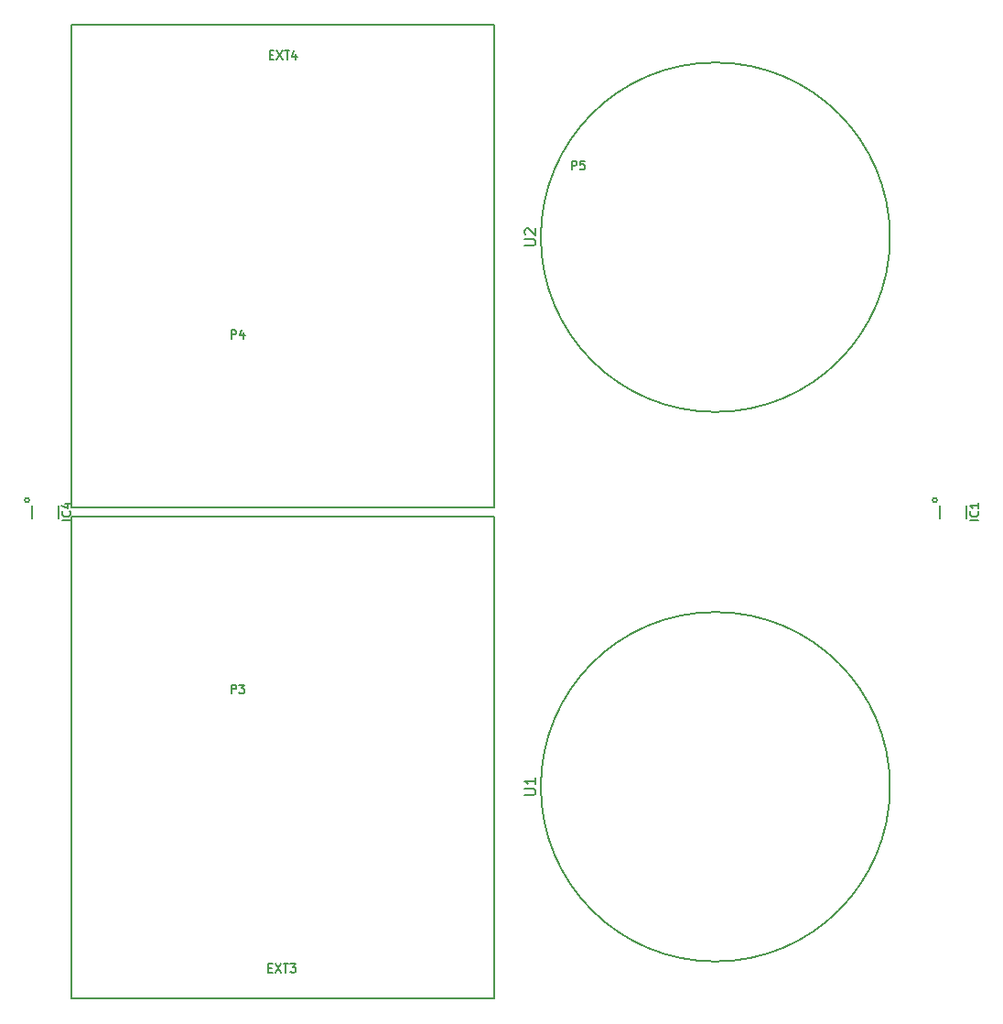
<source format=gbr>
G04 #@! TF.GenerationSoftware,KiCad,Pcbnew,5.1.5+dfsg1-2build2*
G04 #@! TF.CreationDate,2020-07-06T20:33:27+02:00*
G04 #@! TF.ProjectId,Quadsense,51756164-7365-46e7-9365-2e6b69636164,rev?*
G04 #@! TF.SameCoordinates,PX5f5e100PY2faf080*
G04 #@! TF.FileFunction,Legend,Top*
G04 #@! TF.FilePolarity,Positive*
%FSLAX46Y46*%
G04 Gerber Fmt 4.6, Leading zero omitted, Abs format (unit mm)*
G04 Created by KiCad (PCBNEW 5.1.5+dfsg1-2build2) date 2020-07-06 20:33:27*
%MOMM*%
%LPD*%
G04 APERTURE LIST*
%ADD10C,0.150000*%
G04 APERTURE END LIST*
D10*
X81150000Y-24600000D02*
G75*
G03X81150000Y-24600000I-16150000J0D01*
G01*
X81150000Y-75400000D02*
G75*
G03X81150000Y-75400000I-16150000J0D01*
G01*
X44550000Y-50400000D02*
X44550000Y-95000000D01*
X5450000Y-50400000D02*
X44550000Y-50400000D01*
X5450000Y-95000000D02*
X5450000Y-50400000D01*
X44550000Y-95000000D02*
X5450000Y-95000000D01*
X5450000Y-49600000D02*
X5450000Y-5000000D01*
X44550000Y-49600000D02*
X5450000Y-49600000D01*
X44550000Y-5000000D02*
X44550000Y-49600000D01*
X5450000Y-5000000D02*
X44550000Y-5000000D01*
X85500000Y-48900000D02*
G75*
G03X85500000Y-48900000I-200000J0D01*
G01*
X88250000Y-50600000D02*
X88250000Y-49400000D01*
X85750000Y-50600000D02*
X85750000Y-49400000D01*
X1500000Y-48900000D02*
G75*
G03X1500000Y-48900000I-200000J0D01*
G01*
X4250000Y-50600000D02*
X4250000Y-49400000D01*
X1750000Y-50600000D02*
X1750000Y-49400000D01*
X47352380Y-25361904D02*
X48161904Y-25361904D01*
X48257142Y-25314285D01*
X48304761Y-25266666D01*
X48352380Y-25171428D01*
X48352380Y-24980952D01*
X48304761Y-24885714D01*
X48257142Y-24838095D01*
X48161904Y-24790476D01*
X47352380Y-24790476D01*
X47447619Y-24361904D02*
X47400000Y-24314285D01*
X47352380Y-24219047D01*
X47352380Y-23980952D01*
X47400000Y-23885714D01*
X47447619Y-23838095D01*
X47542857Y-23790476D01*
X47638095Y-23790476D01*
X47780952Y-23838095D01*
X48352380Y-24409523D01*
X48352380Y-23790476D01*
X47352380Y-76161904D02*
X48161904Y-76161904D01*
X48257142Y-76114285D01*
X48304761Y-76066666D01*
X48352380Y-75971428D01*
X48352380Y-75780952D01*
X48304761Y-75685714D01*
X48257142Y-75638095D01*
X48161904Y-75590476D01*
X47352380Y-75590476D01*
X48352380Y-74590476D02*
X48352380Y-75161904D01*
X48352380Y-74876190D02*
X47352380Y-74876190D01*
X47495238Y-74971428D01*
X47590476Y-75066666D01*
X47638095Y-75161904D01*
X23661904Y-92142857D02*
X23928571Y-92142857D01*
X24042857Y-92561904D02*
X23661904Y-92561904D01*
X23661904Y-91761904D01*
X24042857Y-91761904D01*
X24309523Y-91761904D02*
X24842857Y-92561904D01*
X24842857Y-91761904D02*
X24309523Y-92561904D01*
X25033333Y-91761904D02*
X25490476Y-91761904D01*
X25261904Y-92561904D02*
X25261904Y-91761904D01*
X25680952Y-91761904D02*
X26176190Y-91761904D01*
X25909523Y-92066666D01*
X26023809Y-92066666D01*
X26100000Y-92104761D01*
X26138095Y-92142857D01*
X26176190Y-92219047D01*
X26176190Y-92409523D01*
X26138095Y-92485714D01*
X26100000Y-92523809D01*
X26023809Y-92561904D01*
X25795238Y-92561904D01*
X25719047Y-92523809D01*
X25680952Y-92485714D01*
X20209523Y-33961904D02*
X20209523Y-33161904D01*
X20514285Y-33161904D01*
X20590476Y-33200000D01*
X20628571Y-33238095D01*
X20666666Y-33314285D01*
X20666666Y-33428571D01*
X20628571Y-33504761D01*
X20590476Y-33542857D01*
X20514285Y-33580952D01*
X20209523Y-33580952D01*
X21352380Y-33428571D02*
X21352380Y-33961904D01*
X21161904Y-33123809D02*
X20971428Y-33695238D01*
X21466666Y-33695238D01*
X20209523Y-66761904D02*
X20209523Y-65961904D01*
X20514285Y-65961904D01*
X20590476Y-66000000D01*
X20628571Y-66038095D01*
X20666666Y-66114285D01*
X20666666Y-66228571D01*
X20628571Y-66304761D01*
X20590476Y-66342857D01*
X20514285Y-66380952D01*
X20209523Y-66380952D01*
X20933333Y-65961904D02*
X21428571Y-65961904D01*
X21161904Y-66266666D01*
X21276190Y-66266666D01*
X21352380Y-66304761D01*
X21390476Y-66342857D01*
X21428571Y-66419047D01*
X21428571Y-66609523D01*
X21390476Y-66685714D01*
X21352380Y-66723809D01*
X21276190Y-66761904D01*
X21047619Y-66761904D01*
X20971428Y-66723809D01*
X20933333Y-66685714D01*
X51709523Y-18361904D02*
X51709523Y-17561904D01*
X52014285Y-17561904D01*
X52090476Y-17600000D01*
X52128571Y-17638095D01*
X52166666Y-17714285D01*
X52166666Y-17828571D01*
X52128571Y-17904761D01*
X52090476Y-17942857D01*
X52014285Y-17980952D01*
X51709523Y-17980952D01*
X52890476Y-17561904D02*
X52509523Y-17561904D01*
X52471428Y-17942857D01*
X52509523Y-17904761D01*
X52585714Y-17866666D01*
X52776190Y-17866666D01*
X52852380Y-17904761D01*
X52890476Y-17942857D01*
X52928571Y-18019047D01*
X52928571Y-18209523D01*
X52890476Y-18285714D01*
X52852380Y-18323809D01*
X52776190Y-18361904D01*
X52585714Y-18361904D01*
X52509523Y-18323809D01*
X52471428Y-18285714D01*
X23761904Y-7742857D02*
X24028571Y-7742857D01*
X24142857Y-8161904D02*
X23761904Y-8161904D01*
X23761904Y-7361904D01*
X24142857Y-7361904D01*
X24409523Y-7361904D02*
X24942857Y-8161904D01*
X24942857Y-7361904D02*
X24409523Y-8161904D01*
X25133333Y-7361904D02*
X25590476Y-7361904D01*
X25361904Y-8161904D02*
X25361904Y-7361904D01*
X26200000Y-7628571D02*
X26200000Y-8161904D01*
X26009523Y-7323809D02*
X25819047Y-7895238D01*
X26314285Y-7895238D01*
X89361904Y-50780952D02*
X88561904Y-50780952D01*
X89285714Y-49942857D02*
X89323809Y-49980952D01*
X89361904Y-50095238D01*
X89361904Y-50171428D01*
X89323809Y-50285714D01*
X89247619Y-50361904D01*
X89171428Y-50400000D01*
X89019047Y-50438095D01*
X88904761Y-50438095D01*
X88752380Y-50400000D01*
X88676190Y-50361904D01*
X88600000Y-50285714D01*
X88561904Y-50171428D01*
X88561904Y-50095238D01*
X88600000Y-49980952D01*
X88638095Y-49942857D01*
X89361904Y-49180952D02*
X89361904Y-49638095D01*
X89361904Y-49409523D02*
X88561904Y-49409523D01*
X88676190Y-49485714D01*
X88752380Y-49561904D01*
X88790476Y-49638095D01*
X5361904Y-50780952D02*
X4561904Y-50780952D01*
X5285714Y-49942857D02*
X5323809Y-49980952D01*
X5361904Y-50095238D01*
X5361904Y-50171428D01*
X5323809Y-50285714D01*
X5247619Y-50361904D01*
X5171428Y-50400000D01*
X5019047Y-50438095D01*
X4904761Y-50438095D01*
X4752380Y-50400000D01*
X4676190Y-50361904D01*
X4600000Y-50285714D01*
X4561904Y-50171428D01*
X4561904Y-50095238D01*
X4600000Y-49980952D01*
X4638095Y-49942857D01*
X4828571Y-49257142D02*
X5361904Y-49257142D01*
X4523809Y-49447619D02*
X5095238Y-49638095D01*
X5095238Y-49142857D01*
M02*

</source>
